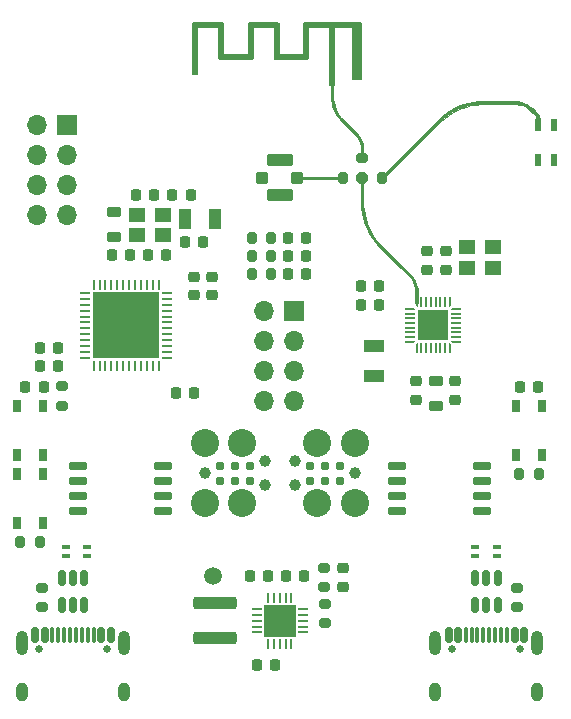
<source format=gts>
%TF.GenerationSoftware,KiCad,Pcbnew,8.0.8*%
%TF.CreationDate,2025-03-21T10:35:37+01:00*%
%TF.ProjectId,RF_HID_module_test,52465f48-4944-45f6-9d6f-64756c655f74,rev?*%
%TF.SameCoordinates,Original*%
%TF.FileFunction,Soldermask,Top*%
%TF.FilePolarity,Negative*%
%FSLAX46Y46*%
G04 Gerber Fmt 4.6, Leading zero omitted, Abs format (unit mm)*
G04 Created by KiCad (PCBNEW 8.0.8) date 2025-03-21 10:35:37*
%MOMM*%
%LPD*%
G01*
G04 APERTURE LIST*
G04 Aperture macros list*
%AMRoundRect*
0 Rectangle with rounded corners*
0 $1 Rounding radius*
0 $2 $3 $4 $5 $6 $7 $8 $9 X,Y pos of 4 corners*
0 Add a 4 corners polygon primitive as box body*
4,1,4,$2,$3,$4,$5,$6,$7,$8,$9,$2,$3,0*
0 Add four circle primitives for the rounded corners*
1,1,$1+$1,$2,$3*
1,1,$1+$1,$4,$5*
1,1,$1+$1,$6,$7*
1,1,$1+$1,$8,$9*
0 Add four rect primitives between the rounded corners*
20,1,$1+$1,$2,$3,$4,$5,0*
20,1,$1+$1,$4,$5,$6,$7,0*
20,1,$1+$1,$6,$7,$8,$9,0*
20,1,$1+$1,$8,$9,$2,$3,0*%
%AMFreePoly0*
4,1,14,0.314644,0.085355,0.385355,0.014644,0.400000,-0.020711,0.400000,-0.050000,0.385355,-0.085355,0.350000,-0.100000,-0.350000,-0.100000,-0.385355,-0.085355,-0.400000,-0.050000,-0.400000,0.050000,-0.385355,0.085355,-0.350000,0.100000,0.279289,0.100000,0.314644,0.085355,0.314644,0.085355,$1*%
%AMFreePoly1*
4,1,14,0.385355,0.085355,0.400000,0.050000,0.400000,0.020711,0.385355,-0.014644,0.314644,-0.085355,0.279289,-0.100000,-0.350000,-0.100000,-0.385355,-0.085355,-0.400000,-0.050000,-0.400000,0.050000,-0.385355,0.085355,-0.350000,0.100000,0.350000,0.100000,0.385355,0.085355,0.385355,0.085355,$1*%
%AMFreePoly2*
4,1,14,0.085355,0.385355,0.100000,0.350000,0.100000,-0.350000,0.085355,-0.385355,0.050000,-0.400000,-0.050000,-0.400000,-0.085355,-0.385355,-0.100000,-0.350000,-0.100000,0.279289,-0.085355,0.314644,-0.014644,0.385355,0.020711,0.400000,0.050000,0.400000,0.085355,0.385355,0.085355,0.385355,$1*%
%AMFreePoly3*
4,1,14,0.014644,0.385355,0.085355,0.314644,0.100000,0.279289,0.100000,-0.350000,0.085355,-0.385355,0.050000,-0.400000,-0.050000,-0.400000,-0.085355,-0.385355,-0.100000,-0.350000,-0.100000,0.350000,-0.085355,0.385355,-0.050000,0.400000,-0.020711,0.400000,0.014644,0.385355,0.014644,0.385355,$1*%
%AMFreePoly4*
4,1,14,0.385355,0.085355,0.400000,0.050000,0.400000,-0.050000,0.385355,-0.085355,0.350000,-0.100000,-0.279289,-0.100000,-0.314644,-0.085355,-0.385355,-0.014644,-0.400000,0.020711,-0.400000,0.050000,-0.385355,0.085355,-0.350000,0.100000,0.350000,0.100000,0.385355,0.085355,0.385355,0.085355,$1*%
%AMFreePoly5*
4,1,14,0.385355,0.085355,0.400000,0.050000,0.400000,-0.050000,0.385355,-0.085355,0.350000,-0.100000,-0.350000,-0.100000,-0.385355,-0.085355,-0.400000,-0.050000,-0.400000,-0.020711,-0.385355,0.014644,-0.314644,0.085355,-0.279289,0.100000,0.350000,0.100000,0.385355,0.085355,0.385355,0.085355,$1*%
%AMFreePoly6*
4,1,14,0.085355,0.385355,0.100000,0.350000,0.100000,-0.279289,0.085355,-0.314644,0.014644,-0.385355,-0.020711,-0.400000,-0.050000,-0.400000,-0.085355,-0.385355,-0.100000,-0.350000,-0.100000,0.350000,-0.085355,0.385355,-0.050000,0.400000,0.050000,0.400000,0.085355,0.385355,0.085355,0.385355,$1*%
%AMFreePoly7*
4,1,14,0.085355,0.385355,0.100000,0.350000,0.100000,-0.350000,0.085355,-0.385355,0.050000,-0.400000,0.020711,-0.400000,-0.014644,-0.385355,-0.085355,-0.314644,-0.100000,-0.279289,-0.100000,0.350000,-0.085355,0.385355,-0.050000,0.400000,0.050000,0.400000,0.085355,0.385355,0.085355,0.385355,$1*%
G04 Aperture macros list end*
%ADD10C,0.100000*%
%ADD11RoundRect,0.218750X0.218750X0.256250X-0.218750X0.256250X-0.218750X-0.256250X0.218750X-0.256250X0*%
%ADD12RoundRect,0.062500X-0.062500X0.375000X-0.062500X-0.375000X0.062500X-0.375000X0.062500X0.375000X0*%
%ADD13RoundRect,0.062500X-0.375000X0.062500X-0.375000X-0.062500X0.375000X-0.062500X0.375000X0.062500X0*%
%ADD14R,5.600000X5.600000*%
%ADD15RoundRect,0.225000X-0.225000X-0.250000X0.225000X-0.250000X0.225000X0.250000X-0.225000X0.250000X0*%
%ADD16R,0.762000X0.406400*%
%ADD17RoundRect,0.225000X0.225000X0.250000X-0.225000X0.250000X-0.225000X-0.250000X0.225000X-0.250000X0*%
%ADD18RoundRect,0.218750X-0.381250X0.218750X-0.381250X-0.218750X0.381250X-0.218750X0.381250X0.218750X0*%
%ADD19RoundRect,0.225000X0.250000X-0.225000X0.250000X0.225000X-0.250000X0.225000X-0.250000X-0.225000X0*%
%ADD20RoundRect,0.225000X-0.250000X0.225000X-0.250000X-0.225000X0.250000X-0.225000X0.250000X0.225000X0*%
%ADD21R,1.700000X1.700000*%
%ADD22O,1.700000X1.700000*%
%ADD23R,0.650000X1.050000*%
%ADD24FreePoly0,90.000000*%
%ADD25RoundRect,0.050000X0.050000X-0.350000X0.050000X0.350000X-0.050000X0.350000X-0.050000X-0.350000X0*%
%ADD26FreePoly1,90.000000*%
%ADD27FreePoly2,90.000000*%
%ADD28RoundRect,0.050000X0.350000X-0.050000X0.350000X0.050000X-0.350000X0.050000X-0.350000X-0.050000X0*%
%ADD29FreePoly3,90.000000*%
%ADD30FreePoly4,90.000000*%
%ADD31FreePoly5,90.000000*%
%ADD32FreePoly6,90.000000*%
%ADD33FreePoly7,90.000000*%
%ADD34R,2.650000X2.650000*%
%ADD35R,1.400000X1.200000*%
%ADD36RoundRect,0.200000X-0.275000X0.200000X-0.275000X-0.200000X0.275000X-0.200000X0.275000X0.200000X0*%
%ADD37RoundRect,0.200000X-0.200000X-0.275000X0.200000X-0.275000X0.200000X0.275000X-0.200000X0.275000X0*%
%ADD38C,0.650000*%
%ADD39RoundRect,0.150000X-0.150000X-0.500000X0.150000X-0.500000X0.150000X0.500000X-0.150000X0.500000X0*%
%ADD40RoundRect,0.075000X-0.075000X-0.575000X0.075000X-0.575000X0.075000X0.575000X-0.075000X0.575000X0*%
%ADD41O,1.000000X2.100000*%
%ADD42O,1.000000X1.600000*%
%ADD43RoundRect,0.200000X0.275000X-0.200000X0.275000X0.200000X-0.275000X0.200000X-0.275000X-0.200000X0*%
%ADD44RoundRect,0.150000X0.650000X0.150000X-0.650000X0.150000X-0.650000X-0.150000X0.650000X-0.150000X0*%
%ADD45RoundRect,0.150000X0.150000X-0.512500X0.150000X0.512500X-0.150000X0.512500X-0.150000X-0.512500X0*%
%ADD46C,2.374900*%
%ADD47C,0.990600*%
%ADD48C,0.787400*%
%ADD49RoundRect,0.100000X-0.400000X0.400000X-0.400000X-0.400000X0.400000X-0.400000X0.400000X0.400000X0*%
%ADD50RoundRect,0.105000X-0.995000X0.420000X-0.995000X-0.420000X0.995000X-0.420000X0.995000X0.420000X0*%
%ADD51RoundRect,0.062500X-0.337500X-0.062500X0.337500X-0.062500X0.337500X0.062500X-0.337500X0.062500X0*%
%ADD52RoundRect,0.062500X-0.062500X-0.337500X0.062500X-0.337500X0.062500X0.337500X-0.062500X0.337500X0*%
%ADD53R,2.700000X2.700000*%
%ADD54R,1.000000X1.800000*%
%ADD55R,1.800000X1.000000*%
%ADD56C,1.500000*%
%ADD57RoundRect,0.275000X1.575000X-0.275000X1.575000X0.275000X-1.575000X0.275000X-1.575000X-0.275000X0*%
%ADD58R,0.600000X1.000000*%
G04 APERTURE END LIST*
D10*
X165369509Y-102401921D02*
X165405557Y-102416853D01*
X165433147Y-102444443D01*
X165448079Y-102480491D01*
X165448079Y-102519509D01*
X165433147Y-102555557D01*
X165405557Y-102583147D01*
X165369509Y-102598079D01*
X165350000Y-102600000D01*
X161500001Y-102600000D01*
X161480492Y-102598079D01*
X161444444Y-102583147D01*
X161416854Y-102555557D01*
X161401922Y-102519509D01*
X161401922Y-102480491D01*
X161416854Y-102444443D01*
X161444444Y-102416853D01*
X161480492Y-102401921D01*
X161500001Y-102400000D01*
X165350000Y-102400000D01*
X165369509Y-102401921D01*
G36*
X165369509Y-102401921D02*
G01*
X165405557Y-102416853D01*
X165433147Y-102444443D01*
X165448079Y-102480491D01*
X165448079Y-102519509D01*
X165433147Y-102555557D01*
X165405557Y-102583147D01*
X165369509Y-102598079D01*
X165350000Y-102600000D01*
X161500001Y-102600000D01*
X161480492Y-102598079D01*
X161444444Y-102583147D01*
X161416854Y-102555557D01*
X161401922Y-102519509D01*
X161401922Y-102480491D01*
X161416854Y-102444443D01*
X161444444Y-102416853D01*
X161480492Y-102401921D01*
X161500001Y-102400000D01*
X165350000Y-102400000D01*
X165369509Y-102401921D01*
G37*
X177253962Y-96025000D02*
X179936829Y-96025000D01*
X180170629Y-96038133D01*
X180401488Y-96077360D01*
X180626504Y-96142188D01*
X180842847Y-96231802D01*
X181047796Y-96345075D01*
X181238775Y-96480582D01*
X181413180Y-96636441D01*
X181413388Y-96636612D01*
X181740899Y-96964123D01*
X181740902Y-96964125D01*
X181740902Y-96964126D01*
X181839749Y-97079866D01*
X181919275Y-97209643D01*
X181977520Y-97350263D01*
X182013050Y-97498264D01*
X182024960Y-97649595D01*
X182025000Y-97650000D01*
X182025000Y-98000000D01*
X182022598Y-98024386D01*
X182003934Y-98069446D01*
X181969446Y-98103934D01*
X181924386Y-98122598D01*
X181875614Y-98122598D01*
X181830554Y-98103934D01*
X181796066Y-98069446D01*
X181777402Y-98024386D01*
X181775000Y-98000000D01*
X181775000Y-97650000D01*
X181774992Y-97650000D01*
X181774992Y-97579089D01*
X181747325Y-97439991D01*
X181693053Y-97308964D01*
X181614263Y-97191042D01*
X181564121Y-97140899D01*
X181564122Y-97140899D01*
X181564120Y-97140896D01*
X181236612Y-96813388D01*
X181236604Y-96813396D01*
X181151412Y-96728204D01*
X180960246Y-96581517D01*
X180751569Y-96461036D01*
X180528952Y-96368823D01*
X180296203Y-96306456D01*
X180057305Y-96275002D01*
X179936825Y-96275000D01*
X177253963Y-96275000D01*
X177253556Y-96274960D01*
X177045075Y-96274961D01*
X176628586Y-96307743D01*
X176215953Y-96373101D01*
X175809720Y-96470632D01*
X175412392Y-96599736D01*
X175026417Y-96759616D01*
X174654177Y-96949286D01*
X174297966Y-97167577D01*
X173959979Y-97413144D01*
X173642302Y-97684472D01*
X173494597Y-97832180D01*
X173494596Y-97832179D01*
X173494595Y-97832180D01*
X168738388Y-102588388D01*
X168719446Y-102603933D01*
X168674387Y-102622598D01*
X168625613Y-102622598D01*
X168580554Y-102603933D01*
X168546067Y-102569446D01*
X168527402Y-102524387D01*
X168527402Y-102475613D01*
X168546067Y-102430554D01*
X168561612Y-102411612D01*
X173317819Y-97655404D01*
X173317819Y-97655403D01*
X173638777Y-97358708D01*
X173982024Y-97088108D01*
X174345444Y-96845273D01*
X174726797Y-96631700D01*
X175123731Y-96448707D01*
X175533800Y-96297420D01*
X175954473Y-96178774D01*
X176383159Y-96093500D01*
X176817214Y-96042123D01*
X177253962Y-96024960D01*
X177253962Y-96025000D01*
G36*
X177253962Y-96025000D02*
G01*
X179936829Y-96025000D01*
X180170629Y-96038133D01*
X180401488Y-96077360D01*
X180626504Y-96142188D01*
X180842847Y-96231802D01*
X181047796Y-96345075D01*
X181238775Y-96480582D01*
X181413180Y-96636441D01*
X181413388Y-96636612D01*
X181740899Y-96964123D01*
X181740902Y-96964125D01*
X181740902Y-96964126D01*
X181839749Y-97079866D01*
X181919275Y-97209643D01*
X181977520Y-97350263D01*
X182013050Y-97498264D01*
X182024960Y-97649595D01*
X182025000Y-97650000D01*
X182025000Y-98000000D01*
X182022598Y-98024386D01*
X182003934Y-98069446D01*
X181969446Y-98103934D01*
X181924386Y-98122598D01*
X181875614Y-98122598D01*
X181830554Y-98103934D01*
X181796066Y-98069446D01*
X181777402Y-98024386D01*
X181775000Y-98000000D01*
X181775000Y-97650000D01*
X181774992Y-97650000D01*
X181774992Y-97579089D01*
X181747325Y-97439991D01*
X181693053Y-97308964D01*
X181614263Y-97191042D01*
X181564121Y-97140899D01*
X181564122Y-97140899D01*
X181564120Y-97140896D01*
X181236612Y-96813388D01*
X181236604Y-96813396D01*
X181151412Y-96728204D01*
X180960246Y-96581517D01*
X180751569Y-96461036D01*
X180528952Y-96368823D01*
X180296203Y-96306456D01*
X180057305Y-96275002D01*
X179936825Y-96275000D01*
X177253963Y-96275000D01*
X177253556Y-96274960D01*
X177045075Y-96274961D01*
X176628586Y-96307743D01*
X176215953Y-96373101D01*
X175809720Y-96470632D01*
X175412392Y-96599736D01*
X175026417Y-96759616D01*
X174654177Y-96949286D01*
X174297966Y-97167577D01*
X173959979Y-97413144D01*
X173642302Y-97684472D01*
X173494597Y-97832180D01*
X173494596Y-97832179D01*
X173494595Y-97832180D01*
X168738388Y-102588388D01*
X168719446Y-102603933D01*
X168674387Y-102622598D01*
X168625613Y-102622598D01*
X168580554Y-102603933D01*
X168546067Y-102569446D01*
X168527402Y-102524387D01*
X168527402Y-102475613D01*
X168546067Y-102430554D01*
X168561612Y-102411612D01*
X173317819Y-97655404D01*
X173317819Y-97655403D01*
X173638777Y-97358708D01*
X173982024Y-97088108D01*
X174345444Y-96845273D01*
X174726797Y-96631700D01*
X175123731Y-96448707D01*
X175533800Y-96297420D01*
X175954473Y-96178774D01*
X176383159Y-96093500D01*
X176817214Y-96042123D01*
X177253962Y-96024960D01*
X177253962Y-96025000D01*
G37*
X164505557Y-94416853D02*
X164533147Y-94444443D01*
X164548079Y-94480491D01*
X164550000Y-94500000D01*
X164550000Y-95650000D01*
X164549987Y-95650132D01*
X164549987Y-95800301D01*
X164583644Y-96099012D01*
X164650535Y-96392076D01*
X164749819Y-96675808D01*
X164880247Y-96946640D01*
X165040178Y-97201165D01*
X165227602Y-97436183D01*
X165333882Y-97542460D01*
X165333883Y-97542461D01*
X166540378Y-98748957D01*
X166540381Y-98748959D01*
X166540380Y-98748959D01*
X166540390Y-98748971D01*
X166705165Y-98936866D01*
X166844014Y-99144672D01*
X166954551Y-99368824D01*
X167034885Y-99605487D01*
X167083642Y-99850610D01*
X167099964Y-100099635D01*
X167100000Y-100100000D01*
X167100000Y-100850000D01*
X167098079Y-100869509D01*
X167083147Y-100905557D01*
X167055557Y-100933147D01*
X167019509Y-100948079D01*
X166980491Y-100948079D01*
X166944443Y-100933147D01*
X166916853Y-100905557D01*
X166901921Y-100869509D01*
X166900000Y-100850000D01*
X166900000Y-100100000D01*
X166899988Y-100100000D01*
X166899989Y-99987878D01*
X166870719Y-99765551D01*
X166812682Y-99548947D01*
X166726868Y-99341772D01*
X166614748Y-99147569D01*
X166478239Y-98969662D01*
X166398957Y-98890379D01*
X166398955Y-98890376D01*
X165192461Y-97683883D01*
X165192451Y-97683871D01*
X165002898Y-97474735D01*
X164834747Y-97248014D01*
X164689628Y-97005902D01*
X164568939Y-96750732D01*
X164473844Y-96484961D01*
X164405256Y-96211149D01*
X164363838Y-95931932D01*
X164349987Y-95650000D01*
X164350000Y-95650000D01*
X164350000Y-94500000D01*
X164351921Y-94480491D01*
X164366853Y-94444443D01*
X164394443Y-94416853D01*
X164430491Y-94401921D01*
X164469509Y-94401921D01*
X164505557Y-94416853D01*
G36*
X164505557Y-94416853D02*
G01*
X164533147Y-94444443D01*
X164548079Y-94480491D01*
X164550000Y-94500000D01*
X164550000Y-95650000D01*
X164549987Y-95650132D01*
X164549987Y-95800301D01*
X164583644Y-96099012D01*
X164650535Y-96392076D01*
X164749819Y-96675808D01*
X164880247Y-96946640D01*
X165040178Y-97201165D01*
X165227602Y-97436183D01*
X165333882Y-97542460D01*
X165333883Y-97542461D01*
X166540378Y-98748957D01*
X166540381Y-98748959D01*
X166540380Y-98748959D01*
X166540390Y-98748971D01*
X166705165Y-98936866D01*
X166844014Y-99144672D01*
X166954551Y-99368824D01*
X167034885Y-99605487D01*
X167083642Y-99850610D01*
X167099964Y-100099635D01*
X167100000Y-100100000D01*
X167100000Y-100850000D01*
X167098079Y-100869509D01*
X167083147Y-100905557D01*
X167055557Y-100933147D01*
X167019509Y-100948079D01*
X166980491Y-100948079D01*
X166944443Y-100933147D01*
X166916853Y-100905557D01*
X166901921Y-100869509D01*
X166900000Y-100850000D01*
X166900000Y-100100000D01*
X166899988Y-100100000D01*
X166899989Y-99987878D01*
X166870719Y-99765551D01*
X166812682Y-99548947D01*
X166726868Y-99341772D01*
X166614748Y-99147569D01*
X166478239Y-98969662D01*
X166398957Y-98890379D01*
X166398955Y-98890376D01*
X165192461Y-97683883D01*
X165192451Y-97683871D01*
X165002898Y-97474735D01*
X164834747Y-97248014D01*
X164689628Y-97005902D01*
X164568939Y-96750732D01*
X164473844Y-96484961D01*
X164405256Y-96211149D01*
X164363838Y-95931932D01*
X164349987Y-95650000D01*
X164350000Y-95650000D01*
X164350000Y-94500000D01*
X164351921Y-94480491D01*
X164366853Y-94444443D01*
X164394443Y-94416853D01*
X164430491Y-94401921D01*
X164469509Y-94401921D01*
X164505557Y-94416853D01*
G37*
X167055557Y-102416853D02*
X167083147Y-102444443D01*
X167098079Y-102480491D01*
X167100000Y-102500000D01*
X167100000Y-104625000D01*
X167099999Y-104625010D01*
X167099999Y-104822637D01*
X167131012Y-105216693D01*
X167192847Y-105607101D01*
X167285122Y-105991454D01*
X167407268Y-106367382D01*
X167558533Y-106732568D01*
X167737984Y-107084760D01*
X167944514Y-107421787D01*
X168176851Y-107741571D01*
X168433561Y-108042140D01*
X168573312Y-108181890D01*
X171069671Y-110678249D01*
X171069681Y-110678261D01*
X171230483Y-110858201D01*
X171370136Y-111055026D01*
X171486873Y-111266249D01*
X171579228Y-111489214D01*
X171646037Y-111721118D01*
X171686462Y-111959044D01*
X171699984Y-112199834D01*
X171700001Y-112200000D01*
X171700001Y-113050000D01*
X171698080Y-113069509D01*
X171683148Y-113105557D01*
X171655558Y-113133147D01*
X171619510Y-113148079D01*
X171580492Y-113148079D01*
X171544444Y-113133147D01*
X171516854Y-113105557D01*
X171501922Y-113069509D01*
X171500001Y-113050000D01*
X171500001Y-112200000D01*
X171499994Y-112200000D01*
X171499995Y-112072054D01*
X171466594Y-111818351D01*
X171400365Y-111571179D01*
X171302440Y-111334765D01*
X171174495Y-111113156D01*
X171018720Y-110910142D01*
X170928248Y-110819671D01*
X170928248Y-110819670D01*
X168431890Y-108323312D01*
X168153125Y-108021745D01*
X167898879Y-107699236D01*
X167670721Y-107357773D01*
X167470057Y-106999462D01*
X167298125Y-106626512D01*
X167155983Y-106241222D01*
X167044510Y-105845967D01*
X166964391Y-105443184D01*
X166916122Y-105035357D01*
X166899999Y-104625000D01*
X166900000Y-104625000D01*
X166900000Y-102500000D01*
X166901921Y-102480491D01*
X166916853Y-102444443D01*
X166944443Y-102416853D01*
X166980491Y-102401921D01*
X167019509Y-102401921D01*
X167055557Y-102416853D01*
G36*
X167055557Y-102416853D02*
G01*
X167083147Y-102444443D01*
X167098079Y-102480491D01*
X167100000Y-102500000D01*
X167100000Y-104625000D01*
X167099999Y-104625010D01*
X167099999Y-104822637D01*
X167131012Y-105216693D01*
X167192847Y-105607101D01*
X167285122Y-105991454D01*
X167407268Y-106367382D01*
X167558533Y-106732568D01*
X167737984Y-107084760D01*
X167944514Y-107421787D01*
X168176851Y-107741571D01*
X168433561Y-108042140D01*
X168573312Y-108181890D01*
X171069671Y-110678249D01*
X171069681Y-110678261D01*
X171230483Y-110858201D01*
X171370136Y-111055026D01*
X171486873Y-111266249D01*
X171579228Y-111489214D01*
X171646037Y-111721118D01*
X171686462Y-111959044D01*
X171699984Y-112199834D01*
X171700001Y-112200000D01*
X171700001Y-113050000D01*
X171698080Y-113069509D01*
X171683148Y-113105557D01*
X171655558Y-113133147D01*
X171619510Y-113148079D01*
X171580492Y-113148079D01*
X171544444Y-113133147D01*
X171516854Y-113105557D01*
X171501922Y-113069509D01*
X171500001Y-113050000D01*
X171500001Y-112200000D01*
X171499994Y-112200000D01*
X171499995Y-112072054D01*
X171466594Y-111818351D01*
X171400365Y-111571179D01*
X171302440Y-111334765D01*
X171174495Y-111113156D01*
X171018720Y-110910142D01*
X170928248Y-110819671D01*
X170928248Y-110819670D01*
X168431890Y-108323312D01*
X168153125Y-108021745D01*
X167898879Y-107699236D01*
X167670721Y-107357773D01*
X167470057Y-106999462D01*
X167298125Y-106626512D01*
X167155983Y-106241222D01*
X167044510Y-105845967D01*
X166964391Y-105443184D01*
X166916122Y-105035357D01*
X166899999Y-104625000D01*
X166900000Y-104625000D01*
X166900000Y-102500000D01*
X166901921Y-102480491D01*
X166916853Y-102444443D01*
X166944443Y-102416853D01*
X166980491Y-102401921D01*
X167019509Y-102401921D01*
X167055557Y-102416853D01*
G37*
D11*
%TO.C,D1*%
X162257502Y-110612502D03*
X160682498Y-110612500D03*
%TD*%
D12*
%TO.C,U2*%
X149749998Y-111562502D03*
X149249999Y-111562498D03*
X148749999Y-111562500D03*
X148250001Y-111562500D03*
X147749999Y-111562502D03*
X147250000Y-111562499D03*
X146750000Y-111562499D03*
X146250001Y-111562502D03*
X145749999Y-111562500D03*
X145250001Y-111562502D03*
X144750001Y-111562498D03*
X144250003Y-111562498D03*
D13*
X143562502Y-112250002D03*
X143562498Y-112750001D03*
X143562500Y-113250001D03*
X143562500Y-113749999D03*
X143562502Y-114250001D03*
X143562499Y-114750000D03*
X143562499Y-115250000D03*
X143562502Y-115749999D03*
X143562500Y-116250001D03*
X143562502Y-116749999D03*
X143562498Y-117249999D03*
X143562498Y-117749997D03*
D12*
X144250002Y-118437498D03*
X144750001Y-118437502D03*
X145250001Y-118437500D03*
X145749999Y-118437500D03*
X146250001Y-118437498D03*
X146750000Y-118437501D03*
X147250000Y-118437501D03*
X147749999Y-118437498D03*
X148250001Y-118437500D03*
X148749999Y-118437498D03*
X149249999Y-118437502D03*
X149749997Y-118437502D03*
D13*
X150437498Y-117749998D03*
X150437502Y-117249999D03*
X150437500Y-116749999D03*
X150437500Y-116250001D03*
X150437498Y-115749999D03*
X150437501Y-115250000D03*
X150437501Y-114750000D03*
X150437498Y-114250001D03*
X150437500Y-113749999D03*
X150437498Y-113250001D03*
X150437502Y-112750001D03*
X150437502Y-112250003D03*
D14*
X147000000Y-115000000D03*
%TD*%
D15*
%TO.C,C19*%
X147825000Y-103950000D03*
X149375002Y-103950000D03*
%TD*%
D16*
%TO.C,FL2*%
X176575001Y-134556401D03*
X178424999Y-134556401D03*
X178424999Y-133743599D03*
X176575001Y-133743599D03*
%TD*%
D17*
%TO.C,C16*%
X159055001Y-136200000D03*
X157504999Y-136200000D03*
%TD*%
D18*
%TO.C,L1*%
X145949999Y-105387500D03*
X145949999Y-107512500D03*
%TD*%
D19*
%TO.C,C8*%
X171550000Y-121275001D03*
X171550000Y-119724999D03*
%TD*%
D20*
%TO.C,C11*%
X174050000Y-108724999D03*
X174050000Y-110275001D03*
%TD*%
D11*
%TO.C,D2*%
X162257502Y-109100002D03*
X160682498Y-109100000D03*
%TD*%
D21*
%TO.C,J4*%
X142000000Y-98000000D03*
D22*
X139459994Y-97999999D03*
X141999999Y-100540006D03*
X139460000Y-100540000D03*
X142000000Y-103080000D03*
X139459998Y-103080000D03*
X142000000Y-105620000D03*
X139460001Y-105620000D03*
%TD*%
D23*
%TO.C,SW3*%
X139950000Y-121800000D03*
X139950000Y-125950000D03*
X137800000Y-121800000D03*
X137800000Y-125950000D03*
%TD*%
D24*
%TO.C,U1*%
X171599998Y-116949999D03*
D25*
X171999999Y-116949999D03*
X172400000Y-116950002D03*
X172800001Y-116950000D03*
X173200000Y-116950002D03*
X173600001Y-116950000D03*
X174000001Y-116949999D03*
D26*
X174399999Y-116950000D03*
D27*
X174949999Y-116400002D03*
D28*
X174949999Y-116000001D03*
X174950002Y-115600000D03*
X174950000Y-115199999D03*
X174950002Y-114800000D03*
X174950000Y-114399999D03*
X174949999Y-113999999D03*
D29*
X174950000Y-113600001D03*
D30*
X174400002Y-113050001D03*
D25*
X174000001Y-113050001D03*
X173600000Y-113049998D03*
X173199999Y-113050000D03*
X172800000Y-113049998D03*
X172399999Y-113050000D03*
X171999999Y-113050001D03*
D31*
X171600001Y-113050000D03*
D32*
X171050001Y-113599998D03*
D28*
X171050001Y-113999999D03*
X171049998Y-114400000D03*
X171050000Y-114800001D03*
X171049998Y-115200000D03*
X171050000Y-115600001D03*
X171050001Y-116000001D03*
D33*
X171050000Y-116399999D03*
D34*
X173000000Y-115000000D03*
%TD*%
D35*
%TO.C,Y3*%
X150100000Y-105650000D03*
X147900000Y-105650002D03*
X147899998Y-107350000D03*
X150099998Y-107349998D03*
%TD*%
D15*
%TO.C,C6*%
X145774998Y-109050000D03*
X147325000Y-109050000D03*
%TD*%
D36*
%TO.C,R1*%
X167000000Y-100850000D03*
X167000000Y-102500000D03*
%TD*%
D37*
%TO.C,R7*%
X157625000Y-107600001D03*
X159275000Y-107600001D03*
%TD*%
D20*
%TO.C,C4*%
X152750000Y-110874999D03*
X152750000Y-112425001D03*
%TD*%
D37*
%TO.C,R10*%
X138050000Y-133375000D03*
X139700000Y-133375000D03*
%TD*%
D38*
%TO.C,J6*%
X139610000Y-142395000D03*
X145390000Y-142395000D03*
D39*
X139300000Y-141255000D03*
X140100000Y-141255000D03*
D40*
X141250000Y-141255000D03*
X142250000Y-141255000D03*
X142750000Y-141255000D03*
X143750000Y-141255000D03*
D39*
X144900000Y-141255000D03*
X145700000Y-141255000D03*
X145700000Y-141255000D03*
X144900000Y-141255000D03*
D40*
X144250000Y-141255000D03*
X143250000Y-141255000D03*
X141750000Y-141255000D03*
X140750000Y-141255000D03*
D39*
X140100000Y-141255000D03*
X139300000Y-141255000D03*
D41*
X138180000Y-141895000D03*
D42*
X138180000Y-146075000D03*
D41*
X146820000Y-141895000D03*
D42*
X146820000Y-146075000D03*
%TD*%
D17*
%TO.C,C20*%
X150375000Y-109050000D03*
X148824998Y-109050000D03*
%TD*%
D43*
%TO.C,R12*%
X139900000Y-138875000D03*
X139900000Y-137225000D03*
%TD*%
D44*
%TO.C,U5*%
X177099997Y-130755000D03*
X177100000Y-129485000D03*
X177100000Y-128215000D03*
X177100001Y-126945001D03*
X169900003Y-126945000D03*
X169900000Y-128215000D03*
X169900000Y-129485000D03*
X169899999Y-130754999D03*
%TD*%
D15*
%TO.C,C9*%
X166874999Y-113250000D03*
X168425001Y-113250000D03*
%TD*%
%TO.C,C17*%
X160525000Y-136200000D03*
X162075000Y-136200000D03*
%TD*%
D43*
%TO.C,R8*%
X141550000Y-121800000D03*
X141550000Y-120150000D03*
%TD*%
D15*
%TO.C,C18*%
X138474999Y-120200000D03*
X140025001Y-120200000D03*
%TD*%
%TO.C,C10*%
X166875000Y-111700000D03*
X168425000Y-111700000D03*
%TD*%
D37*
%TO.C,R3*%
X165350000Y-102500000D03*
X167000000Y-102500000D03*
%TD*%
D45*
%TO.C,U6*%
X141550000Y-138637500D03*
X142500000Y-138637500D03*
X143450000Y-138637500D03*
X143450000Y-136362500D03*
X142500000Y-136362500D03*
X141550000Y-136362500D03*
%TD*%
D21*
%TO.C,J2*%
X161250000Y-113750000D03*
D22*
X158709996Y-113749998D03*
X161249998Y-116290004D03*
X158710000Y-116290000D03*
X161250000Y-118830000D03*
X158709999Y-118829998D03*
X161250000Y-121370000D03*
X158710001Y-121370000D03*
%TD*%
D11*
%TO.C,D3*%
X162257502Y-107600002D03*
X160682498Y-107600000D03*
%TD*%
D46*
%TO.C,J5*%
X153660000Y-124960000D03*
D47*
X153660000Y-127500000D03*
D46*
X153660000Y-130040000D03*
X156835000Y-124960000D03*
X156835000Y-130040000D03*
D47*
X158740000Y-126484000D03*
X158740000Y-128516000D03*
D48*
X154930000Y-128135000D03*
X154930000Y-126865000D03*
X156200000Y-128135000D03*
X156200000Y-126865000D03*
X157470000Y-128135000D03*
X157470000Y-126865000D03*
%TD*%
D38*
%TO.C,J7*%
X174610000Y-142395000D03*
X180390000Y-142395000D03*
D39*
X174300000Y-141255000D03*
X175100000Y-141255000D03*
D40*
X176250000Y-141255000D03*
X177250000Y-141255000D03*
X177750000Y-141255000D03*
X178750000Y-141255000D03*
D39*
X179900000Y-141255000D03*
X180700000Y-141255000D03*
X180700000Y-141255000D03*
X179900000Y-141255000D03*
D40*
X179250000Y-141255000D03*
X178250000Y-141255000D03*
X176750000Y-141255000D03*
X175750000Y-141255000D03*
D39*
X175100000Y-141255000D03*
X174300000Y-141255000D03*
D41*
X173180000Y-141895000D03*
D42*
X173180000Y-146075000D03*
D41*
X181820000Y-141895000D03*
D42*
X181820000Y-146075000D03*
%TD*%
D49*
%TO.C,J1*%
X161500001Y-102500000D03*
D50*
X160000001Y-103975000D03*
D49*
X158500001Y-102500000D03*
D50*
X160000001Y-101025000D03*
%TD*%
D51*
%TO.C,U3*%
X158050000Y-139000000D03*
X158050000Y-139500000D03*
X158050000Y-140000000D03*
X158050000Y-140500000D03*
X158050000Y-141000000D03*
D52*
X159000000Y-141950000D03*
X159500000Y-141950000D03*
X160000000Y-141950000D03*
X160500000Y-141950000D03*
X161000000Y-141950000D03*
D51*
X161950000Y-141000000D03*
X161950000Y-140500000D03*
X161950000Y-140000000D03*
X161950000Y-139500000D03*
X161950000Y-139000000D03*
D52*
X161000000Y-138050000D03*
X160500000Y-138050000D03*
X160000000Y-138050000D03*
X159500000Y-138050000D03*
X159000000Y-138050000D03*
D53*
X160000000Y-140000000D03*
%TD*%
D17*
%TO.C,C2*%
X152775001Y-120750000D03*
X151224999Y-120750000D03*
%TD*%
D18*
%TO.C,L2*%
X173200000Y-119687500D03*
X173200000Y-121812500D03*
%TD*%
D54*
%TO.C,Y4*%
X154500000Y-105950000D03*
X152000000Y-105950000D03*
%TD*%
D43*
%TO.C,R13*%
X180100000Y-138875000D03*
X180100000Y-137225000D03*
%TD*%
D20*
%TO.C,C12*%
X172500000Y-108724999D03*
X172500000Y-110275001D03*
%TD*%
D43*
%TO.C,R11*%
X163800000Y-140225000D03*
X163800000Y-138575000D03*
%TD*%
D55*
%TO.C,Y1*%
X168000000Y-119250000D03*
X168000000Y-116750000D03*
%TD*%
D19*
%TO.C,C7*%
X174850000Y-121275001D03*
X174850000Y-119724999D03*
%TD*%
D37*
%TO.C,R6*%
X157625000Y-109100001D03*
X159275000Y-109100001D03*
%TD*%
D16*
%TO.C,FL1*%
X141875001Y-134556401D03*
X143724998Y-134556399D03*
X143724999Y-133743599D03*
X141875002Y-133743601D03*
%TD*%
D37*
%TO.C,R2*%
X167000000Y-102500000D03*
X168650000Y-102500000D03*
%TD*%
D17*
%TO.C,C1*%
X141275001Y-116900000D03*
X139724999Y-116900000D03*
%TD*%
D35*
%TO.C,Y2*%
X175900000Y-110100000D03*
X178100000Y-110100000D03*
X178100000Y-108400000D03*
X175900000Y-108400000D03*
%TD*%
D56*
%TO.C,TP1*%
X154375000Y-136250000D03*
%TD*%
D23*
%TO.C,SW1*%
X180050000Y-125950000D03*
X180050000Y-121800000D03*
X182200000Y-125950000D03*
X182200000Y-121800000D03*
%TD*%
D36*
%TO.C,R9*%
X163790000Y-135525000D03*
X163790000Y-137175000D03*
%TD*%
D17*
%TO.C,C13*%
X181900001Y-120200000D03*
X180349999Y-120200000D03*
%TD*%
D44*
%TO.C,U4*%
X150099997Y-130755000D03*
X150100000Y-129485000D03*
X150100000Y-128215000D03*
X150100001Y-126945001D03*
X142900003Y-126945000D03*
X142900000Y-128215000D03*
X142900000Y-129485000D03*
X142899999Y-130754999D03*
%TD*%
D47*
%TO.C,J3*%
X166340003Y-127500001D03*
D46*
X166340000Y-130040000D03*
X166340000Y-124960000D03*
X163164999Y-130040000D03*
X163164999Y-124960000D03*
D47*
X161259998Y-128516002D03*
X161259998Y-126483999D03*
D48*
X165070000Y-126865001D03*
X165069998Y-128134999D03*
X163800000Y-126865000D03*
X163800000Y-128135000D03*
X162530002Y-126865001D03*
X162530000Y-128134999D03*
%TD*%
D17*
%TO.C,C3*%
X141275001Y-118450000D03*
X139724999Y-118450000D03*
%TD*%
D15*
%TO.C,C21*%
X151974998Y-107950000D03*
X153525000Y-107950000D03*
%TD*%
D17*
%TO.C,C22*%
X152475001Y-103949999D03*
X150924999Y-103949999D03*
%TD*%
D37*
%TO.C,R5*%
X157625000Y-110612501D03*
X159275000Y-110612501D03*
%TD*%
D57*
%TO.C,L3*%
X154540000Y-141500000D03*
X154540000Y-138500000D03*
%TD*%
D20*
%TO.C,C15*%
X165340000Y-135574999D03*
X165340000Y-137125001D03*
%TD*%
%TO.C,C5*%
X154300000Y-110874999D03*
X154300000Y-112425001D03*
%TD*%
D23*
%TO.C,SW2*%
X137800000Y-131725000D03*
X137800000Y-127575000D03*
X139950000Y-131725000D03*
X139950000Y-127575000D03*
%TD*%
D58*
%TO.C,AE2*%
X181900000Y-98000000D03*
X181900000Y-101000000D03*
X183200000Y-101000000D03*
X183200000Y-98000000D03*
%TD*%
D45*
%TO.C,U7*%
X176550000Y-138637500D03*
X177500000Y-138637500D03*
X178450000Y-138637500D03*
X178450000Y-136362500D03*
X177500000Y-136362500D03*
X176550000Y-136362500D03*
%TD*%
D17*
%TO.C,C14*%
X159645001Y-143750000D03*
X158094999Y-143750000D03*
%TD*%
D37*
%TO.C,R4*%
X180300000Y-127550000D03*
X181950000Y-127550000D03*
%TD*%
G36*
X155259191Y-89368907D02*
G01*
X155295155Y-89418407D01*
X155300000Y-89449000D01*
X155300000Y-91989999D01*
X155300001Y-91990000D01*
X157299999Y-91990000D01*
X157300000Y-91989999D01*
X157300000Y-89449000D01*
X157318907Y-89390809D01*
X157368407Y-89354845D01*
X157399000Y-89350000D01*
X159901000Y-89350000D01*
X159959191Y-89368907D01*
X159995155Y-89418407D01*
X160000000Y-89449000D01*
X160000000Y-91989999D01*
X160000001Y-91990000D01*
X161999999Y-91990000D01*
X162000000Y-91989999D01*
X162000000Y-89449000D01*
X162018907Y-89390809D01*
X162068407Y-89354845D01*
X162099000Y-89350000D01*
X166901000Y-89350000D01*
X166959191Y-89368907D01*
X166995155Y-89418407D01*
X167000000Y-89449000D01*
X167000000Y-94151000D01*
X166981093Y-94209191D01*
X166931593Y-94245155D01*
X166901000Y-94250000D01*
X166199000Y-94250000D01*
X166140809Y-94231093D01*
X166104845Y-94181593D01*
X166100000Y-94151000D01*
X166100000Y-89850001D01*
X166099999Y-89850000D01*
X164700001Y-89850000D01*
X164700000Y-89850001D01*
X164700000Y-94651000D01*
X164681093Y-94709191D01*
X164631593Y-94745155D01*
X164601000Y-94750000D01*
X164299000Y-94750000D01*
X164240809Y-94731093D01*
X164204845Y-94681593D01*
X164200000Y-94651000D01*
X164200000Y-89850001D01*
X164199999Y-89850000D01*
X162500001Y-89850000D01*
X162500000Y-89850001D01*
X162500000Y-92391000D01*
X162481093Y-92449191D01*
X162431593Y-92485155D01*
X162401000Y-92490000D01*
X159599000Y-92490000D01*
X159540809Y-92471093D01*
X159504845Y-92421593D01*
X159500000Y-92391000D01*
X159500000Y-89850001D01*
X159499999Y-89850000D01*
X157800001Y-89850000D01*
X157800000Y-89850001D01*
X157800000Y-92391000D01*
X157781093Y-92449191D01*
X157731593Y-92485155D01*
X157701000Y-92490000D01*
X154899000Y-92490000D01*
X154840809Y-92471093D01*
X154804845Y-92421593D01*
X154800000Y-92391000D01*
X154800000Y-89850001D01*
X154799999Y-89850000D01*
X153100001Y-89850000D01*
X153100000Y-89850001D01*
X153100000Y-93691000D01*
X153081093Y-93749191D01*
X153031593Y-93785155D01*
X153001000Y-93790000D01*
X152699000Y-93790000D01*
X152640809Y-93771093D01*
X152604845Y-93721593D01*
X152600000Y-93691000D01*
X152600000Y-89449000D01*
X152618907Y-89390809D01*
X152668407Y-89354845D01*
X152699000Y-89350000D01*
X155201000Y-89350000D01*
X155259191Y-89368907D01*
G37*
M02*

</source>
